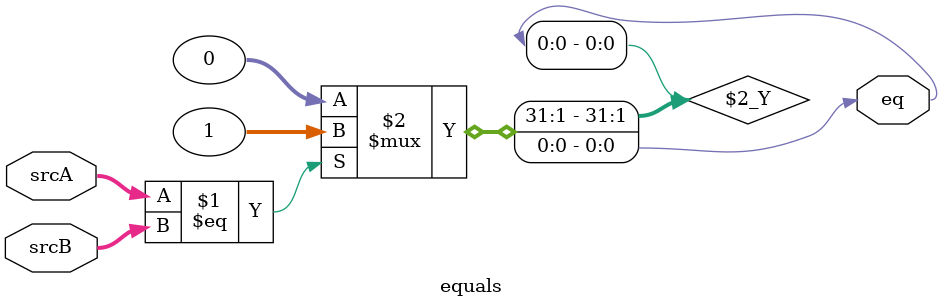
<source format=v>

module adder (
	input [31:0] a, b,
	output [31:0] y
);
	assign y = a + b;
endmodule

module signext_16_32 (
	input [15:0] src,
	output [31:0] out
);
	assign out = { {16{src[15]}}, src };
endmodule


module zeroext_16_32 (
	input [15:0] src,
	output [31:0] out
);  // This is the zero-extended function module HIGHLIGHTED!!!
	assign out = {16'b0000_0000_0000_0000, src};
endmodule

module sll_2 (
	input [31:0] a,
	output [31:0] y
);
	assign y ={a[29:0], 2'b00};
endmodule


module sll_16 (
	input [15:0] src,
	output [31:0] out
);
	assign out= { src, 16'b0000_0000_0000_0000 };
endmodule


module equals (
	input [31:0] srcA, srcB,
	output eq
);
	assign eq = (srcA == srcB) ? 1 : 0;
endmodule

</source>
